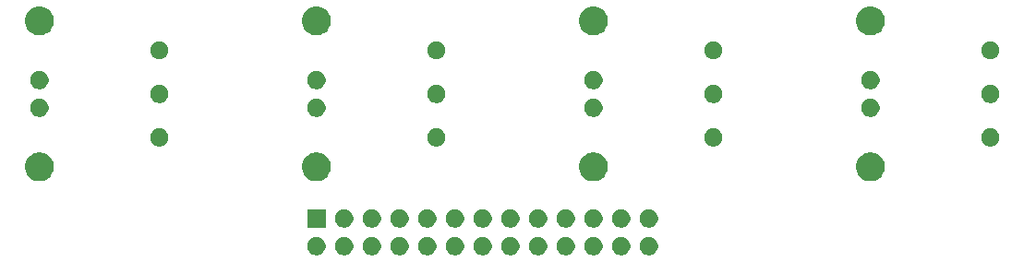
<source format=gbr>
G04 #@! TF.GenerationSoftware,KiCad,Pcbnew,(5.0.1)-3*
G04 #@! TF.CreationDate,2018-11-05T22:32:35-08:00*
G04 #@! TF.ProjectId,500-1136,3530302D313133362E6B696361645F70,rev?*
G04 #@! TF.SameCoordinates,Original*
G04 #@! TF.FileFunction,Soldermask,Top*
G04 #@! TF.FilePolarity,Negative*
%FSLAX46Y46*%
G04 Gerber Fmt 4.6, Leading zero omitted, Abs format (unit mm)*
G04 Created by KiCad (PCBNEW (5.0.1)-3) date 11/5/2018 10:32:35 PM*
%MOMM*%
%LPD*%
G01*
G04 APERTURE LIST*
%ADD10C,0.100000*%
G04 APERTURE END LIST*
D10*
G36*
X183070560Y-140788079D02*
X183124552Y-140798819D01*
X183277131Y-140862019D01*
X183414449Y-140953772D01*
X183531228Y-141070551D01*
X183622981Y-141207869D01*
X183686181Y-141360448D01*
X183718400Y-141522425D01*
X183718400Y-141687575D01*
X183686181Y-141849552D01*
X183622981Y-142002131D01*
X183531228Y-142139449D01*
X183414449Y-142256228D01*
X183277131Y-142347981D01*
X183124552Y-142411181D01*
X183070560Y-142421921D01*
X182962577Y-142443400D01*
X182797423Y-142443400D01*
X182689440Y-142421921D01*
X182635448Y-142411181D01*
X182482869Y-142347981D01*
X182345551Y-142256228D01*
X182228772Y-142139449D01*
X182137019Y-142002131D01*
X182073819Y-141849552D01*
X182041600Y-141687575D01*
X182041600Y-141522425D01*
X182073819Y-141360448D01*
X182137019Y-141207869D01*
X182228772Y-141070551D01*
X182345551Y-140953772D01*
X182482869Y-140862019D01*
X182635448Y-140798819D01*
X182689440Y-140788079D01*
X182797423Y-140766600D01*
X182962577Y-140766600D01*
X183070560Y-140788079D01*
X183070560Y-140788079D01*
G37*
G36*
X175450560Y-140788079D02*
X175504552Y-140798819D01*
X175657131Y-140862019D01*
X175794449Y-140953772D01*
X175911228Y-141070551D01*
X176002981Y-141207869D01*
X176066181Y-141360448D01*
X176098400Y-141522425D01*
X176098400Y-141687575D01*
X176066181Y-141849552D01*
X176002981Y-142002131D01*
X175911228Y-142139449D01*
X175794449Y-142256228D01*
X175657131Y-142347981D01*
X175504552Y-142411181D01*
X175450560Y-142421921D01*
X175342577Y-142443400D01*
X175177423Y-142443400D01*
X175069440Y-142421921D01*
X175015448Y-142411181D01*
X174862869Y-142347981D01*
X174725551Y-142256228D01*
X174608772Y-142139449D01*
X174517019Y-142002131D01*
X174453819Y-141849552D01*
X174421600Y-141687575D01*
X174421600Y-141522425D01*
X174453819Y-141360448D01*
X174517019Y-141207869D01*
X174608772Y-141070551D01*
X174725551Y-140953772D01*
X174862869Y-140862019D01*
X175015448Y-140798819D01*
X175069440Y-140788079D01*
X175177423Y-140766600D01*
X175342577Y-140766600D01*
X175450560Y-140788079D01*
X175450560Y-140788079D01*
G37*
G36*
X180530560Y-140788079D02*
X180584552Y-140798819D01*
X180737131Y-140862019D01*
X180874449Y-140953772D01*
X180991228Y-141070551D01*
X181082981Y-141207869D01*
X181146181Y-141360448D01*
X181178400Y-141522425D01*
X181178400Y-141687575D01*
X181146181Y-141849552D01*
X181082981Y-142002131D01*
X180991228Y-142139449D01*
X180874449Y-142256228D01*
X180737131Y-142347981D01*
X180584552Y-142411181D01*
X180530560Y-142421921D01*
X180422577Y-142443400D01*
X180257423Y-142443400D01*
X180149440Y-142421921D01*
X180095448Y-142411181D01*
X179942869Y-142347981D01*
X179805551Y-142256228D01*
X179688772Y-142139449D01*
X179597019Y-142002131D01*
X179533819Y-141849552D01*
X179501600Y-141687575D01*
X179501600Y-141522425D01*
X179533819Y-141360448D01*
X179597019Y-141207869D01*
X179688772Y-141070551D01*
X179805551Y-140953772D01*
X179942869Y-140862019D01*
X180095448Y-140798819D01*
X180149440Y-140788079D01*
X180257423Y-140766600D01*
X180422577Y-140766600D01*
X180530560Y-140788079D01*
X180530560Y-140788079D01*
G37*
G36*
X177990560Y-140788079D02*
X178044552Y-140798819D01*
X178197131Y-140862019D01*
X178334449Y-140953772D01*
X178451228Y-141070551D01*
X178542981Y-141207869D01*
X178606181Y-141360448D01*
X178638400Y-141522425D01*
X178638400Y-141687575D01*
X178606181Y-141849552D01*
X178542981Y-142002131D01*
X178451228Y-142139449D01*
X178334449Y-142256228D01*
X178197131Y-142347981D01*
X178044552Y-142411181D01*
X177990560Y-142421921D01*
X177882577Y-142443400D01*
X177717423Y-142443400D01*
X177609440Y-142421921D01*
X177555448Y-142411181D01*
X177402869Y-142347981D01*
X177265551Y-142256228D01*
X177148772Y-142139449D01*
X177057019Y-142002131D01*
X176993819Y-141849552D01*
X176961600Y-141687575D01*
X176961600Y-141522425D01*
X176993819Y-141360448D01*
X177057019Y-141207869D01*
X177148772Y-141070551D01*
X177265551Y-140953772D01*
X177402869Y-140862019D01*
X177555448Y-140798819D01*
X177609440Y-140788079D01*
X177717423Y-140766600D01*
X177882577Y-140766600D01*
X177990560Y-140788079D01*
X177990560Y-140788079D01*
G37*
G36*
X172910560Y-140788079D02*
X172964552Y-140798819D01*
X173117131Y-140862019D01*
X173254449Y-140953772D01*
X173371228Y-141070551D01*
X173462981Y-141207869D01*
X173526181Y-141360448D01*
X173558400Y-141522425D01*
X173558400Y-141687575D01*
X173526181Y-141849552D01*
X173462981Y-142002131D01*
X173371228Y-142139449D01*
X173254449Y-142256228D01*
X173117131Y-142347981D01*
X172964552Y-142411181D01*
X172910560Y-142421921D01*
X172802577Y-142443400D01*
X172637423Y-142443400D01*
X172529440Y-142421921D01*
X172475448Y-142411181D01*
X172322869Y-142347981D01*
X172185551Y-142256228D01*
X172068772Y-142139449D01*
X171977019Y-142002131D01*
X171913819Y-141849552D01*
X171881600Y-141687575D01*
X171881600Y-141522425D01*
X171913819Y-141360448D01*
X171977019Y-141207869D01*
X172068772Y-141070551D01*
X172185551Y-140953772D01*
X172322869Y-140862019D01*
X172475448Y-140798819D01*
X172529440Y-140788079D01*
X172637423Y-140766600D01*
X172802577Y-140766600D01*
X172910560Y-140788079D01*
X172910560Y-140788079D01*
G37*
G36*
X170370560Y-140788079D02*
X170424552Y-140798819D01*
X170577131Y-140862019D01*
X170714449Y-140953772D01*
X170831228Y-141070551D01*
X170922981Y-141207869D01*
X170986181Y-141360448D01*
X171018400Y-141522425D01*
X171018400Y-141687575D01*
X170986181Y-141849552D01*
X170922981Y-142002131D01*
X170831228Y-142139449D01*
X170714449Y-142256228D01*
X170577131Y-142347981D01*
X170424552Y-142411181D01*
X170370560Y-142421921D01*
X170262577Y-142443400D01*
X170097423Y-142443400D01*
X169989440Y-142421921D01*
X169935448Y-142411181D01*
X169782869Y-142347981D01*
X169645551Y-142256228D01*
X169528772Y-142139449D01*
X169437019Y-142002131D01*
X169373819Y-141849552D01*
X169341600Y-141687575D01*
X169341600Y-141522425D01*
X169373819Y-141360448D01*
X169437019Y-141207869D01*
X169528772Y-141070551D01*
X169645551Y-140953772D01*
X169782869Y-140862019D01*
X169935448Y-140798819D01*
X169989440Y-140788079D01*
X170097423Y-140766600D01*
X170262577Y-140766600D01*
X170370560Y-140788079D01*
X170370560Y-140788079D01*
G37*
G36*
X167830560Y-140788079D02*
X167884552Y-140798819D01*
X168037131Y-140862019D01*
X168174449Y-140953772D01*
X168291228Y-141070551D01*
X168382981Y-141207869D01*
X168446181Y-141360448D01*
X168478400Y-141522425D01*
X168478400Y-141687575D01*
X168446181Y-141849552D01*
X168382981Y-142002131D01*
X168291228Y-142139449D01*
X168174449Y-142256228D01*
X168037131Y-142347981D01*
X167884552Y-142411181D01*
X167830560Y-142421921D01*
X167722577Y-142443400D01*
X167557423Y-142443400D01*
X167449440Y-142421921D01*
X167395448Y-142411181D01*
X167242869Y-142347981D01*
X167105551Y-142256228D01*
X166988772Y-142139449D01*
X166897019Y-142002131D01*
X166833819Y-141849552D01*
X166801600Y-141687575D01*
X166801600Y-141522425D01*
X166833819Y-141360448D01*
X166897019Y-141207869D01*
X166988772Y-141070551D01*
X167105551Y-140953772D01*
X167242869Y-140862019D01*
X167395448Y-140798819D01*
X167449440Y-140788079D01*
X167557423Y-140766600D01*
X167722577Y-140766600D01*
X167830560Y-140788079D01*
X167830560Y-140788079D01*
G37*
G36*
X162750560Y-140788079D02*
X162804552Y-140798819D01*
X162957131Y-140862019D01*
X163094449Y-140953772D01*
X163211228Y-141070551D01*
X163302981Y-141207869D01*
X163366181Y-141360448D01*
X163398400Y-141522425D01*
X163398400Y-141687575D01*
X163366181Y-141849552D01*
X163302981Y-142002131D01*
X163211228Y-142139449D01*
X163094449Y-142256228D01*
X162957131Y-142347981D01*
X162804552Y-142411181D01*
X162750560Y-142421921D01*
X162642577Y-142443400D01*
X162477423Y-142443400D01*
X162369440Y-142421921D01*
X162315448Y-142411181D01*
X162162869Y-142347981D01*
X162025551Y-142256228D01*
X161908772Y-142139449D01*
X161817019Y-142002131D01*
X161753819Y-141849552D01*
X161721600Y-141687575D01*
X161721600Y-141522425D01*
X161753819Y-141360448D01*
X161817019Y-141207869D01*
X161908772Y-141070551D01*
X162025551Y-140953772D01*
X162162869Y-140862019D01*
X162315448Y-140798819D01*
X162369440Y-140788079D01*
X162477423Y-140766600D01*
X162642577Y-140766600D01*
X162750560Y-140788079D01*
X162750560Y-140788079D01*
G37*
G36*
X160210560Y-140788079D02*
X160264552Y-140798819D01*
X160417131Y-140862019D01*
X160554449Y-140953772D01*
X160671228Y-141070551D01*
X160762981Y-141207869D01*
X160826181Y-141360448D01*
X160858400Y-141522425D01*
X160858400Y-141687575D01*
X160826181Y-141849552D01*
X160762981Y-142002131D01*
X160671228Y-142139449D01*
X160554449Y-142256228D01*
X160417131Y-142347981D01*
X160264552Y-142411181D01*
X160210560Y-142421921D01*
X160102577Y-142443400D01*
X159937423Y-142443400D01*
X159829440Y-142421921D01*
X159775448Y-142411181D01*
X159622869Y-142347981D01*
X159485551Y-142256228D01*
X159368772Y-142139449D01*
X159277019Y-142002131D01*
X159213819Y-141849552D01*
X159181600Y-141687575D01*
X159181600Y-141522425D01*
X159213819Y-141360448D01*
X159277019Y-141207869D01*
X159368772Y-141070551D01*
X159485551Y-140953772D01*
X159622869Y-140862019D01*
X159775448Y-140798819D01*
X159829440Y-140788079D01*
X159937423Y-140766600D01*
X160102577Y-140766600D01*
X160210560Y-140788079D01*
X160210560Y-140788079D01*
G37*
G36*
X157670560Y-140788079D02*
X157724552Y-140798819D01*
X157877131Y-140862019D01*
X158014449Y-140953772D01*
X158131228Y-141070551D01*
X158222981Y-141207869D01*
X158286181Y-141360448D01*
X158318400Y-141522425D01*
X158318400Y-141687575D01*
X158286181Y-141849552D01*
X158222981Y-142002131D01*
X158131228Y-142139449D01*
X158014449Y-142256228D01*
X157877131Y-142347981D01*
X157724552Y-142411181D01*
X157670560Y-142421921D01*
X157562577Y-142443400D01*
X157397423Y-142443400D01*
X157289440Y-142421921D01*
X157235448Y-142411181D01*
X157082869Y-142347981D01*
X156945551Y-142256228D01*
X156828772Y-142139449D01*
X156737019Y-142002131D01*
X156673819Y-141849552D01*
X156641600Y-141687575D01*
X156641600Y-141522425D01*
X156673819Y-141360448D01*
X156737019Y-141207869D01*
X156828772Y-141070551D01*
X156945551Y-140953772D01*
X157082869Y-140862019D01*
X157235448Y-140798819D01*
X157289440Y-140788079D01*
X157397423Y-140766600D01*
X157562577Y-140766600D01*
X157670560Y-140788079D01*
X157670560Y-140788079D01*
G37*
G36*
X155130560Y-140788079D02*
X155184552Y-140798819D01*
X155337131Y-140862019D01*
X155474449Y-140953772D01*
X155591228Y-141070551D01*
X155682981Y-141207869D01*
X155746181Y-141360448D01*
X155778400Y-141522425D01*
X155778400Y-141687575D01*
X155746181Y-141849552D01*
X155682981Y-142002131D01*
X155591228Y-142139449D01*
X155474449Y-142256228D01*
X155337131Y-142347981D01*
X155184552Y-142411181D01*
X155130560Y-142421921D01*
X155022577Y-142443400D01*
X154857423Y-142443400D01*
X154749440Y-142421921D01*
X154695448Y-142411181D01*
X154542869Y-142347981D01*
X154405551Y-142256228D01*
X154288772Y-142139449D01*
X154197019Y-142002131D01*
X154133819Y-141849552D01*
X154101600Y-141687575D01*
X154101600Y-141522425D01*
X154133819Y-141360448D01*
X154197019Y-141207869D01*
X154288772Y-141070551D01*
X154405551Y-140953772D01*
X154542869Y-140862019D01*
X154695448Y-140798819D01*
X154749440Y-140788079D01*
X154857423Y-140766600D01*
X155022577Y-140766600D01*
X155130560Y-140788079D01*
X155130560Y-140788079D01*
G37*
G36*
X152590560Y-140788079D02*
X152644552Y-140798819D01*
X152797131Y-140862019D01*
X152934449Y-140953772D01*
X153051228Y-141070551D01*
X153142981Y-141207869D01*
X153206181Y-141360448D01*
X153238400Y-141522425D01*
X153238400Y-141687575D01*
X153206181Y-141849552D01*
X153142981Y-142002131D01*
X153051228Y-142139449D01*
X152934449Y-142256228D01*
X152797131Y-142347981D01*
X152644552Y-142411181D01*
X152590560Y-142421921D01*
X152482577Y-142443400D01*
X152317423Y-142443400D01*
X152209440Y-142421921D01*
X152155448Y-142411181D01*
X152002869Y-142347981D01*
X151865551Y-142256228D01*
X151748772Y-142139449D01*
X151657019Y-142002131D01*
X151593819Y-141849552D01*
X151561600Y-141687575D01*
X151561600Y-141522425D01*
X151593819Y-141360448D01*
X151657019Y-141207869D01*
X151748772Y-141070551D01*
X151865551Y-140953772D01*
X152002869Y-140862019D01*
X152155448Y-140798819D01*
X152209440Y-140788079D01*
X152317423Y-140766600D01*
X152482577Y-140766600D01*
X152590560Y-140788079D01*
X152590560Y-140788079D01*
G37*
G36*
X165290560Y-140788079D02*
X165344552Y-140798819D01*
X165497131Y-140862019D01*
X165634449Y-140953772D01*
X165751228Y-141070551D01*
X165842981Y-141207869D01*
X165906181Y-141360448D01*
X165938400Y-141522425D01*
X165938400Y-141687575D01*
X165906181Y-141849552D01*
X165842981Y-142002131D01*
X165751228Y-142139449D01*
X165634449Y-142256228D01*
X165497131Y-142347981D01*
X165344552Y-142411181D01*
X165290560Y-142421921D01*
X165182577Y-142443400D01*
X165017423Y-142443400D01*
X164909440Y-142421921D01*
X164855448Y-142411181D01*
X164702869Y-142347981D01*
X164565551Y-142256228D01*
X164448772Y-142139449D01*
X164357019Y-142002131D01*
X164293819Y-141849552D01*
X164261600Y-141687575D01*
X164261600Y-141522425D01*
X164293819Y-141360448D01*
X164357019Y-141207869D01*
X164448772Y-141070551D01*
X164565551Y-140953772D01*
X164702869Y-140862019D01*
X164855448Y-140798819D01*
X164909440Y-140788079D01*
X165017423Y-140766600D01*
X165182577Y-140766600D01*
X165290560Y-140788079D01*
X165290560Y-140788079D01*
G37*
G36*
X162750560Y-138248079D02*
X162804552Y-138258819D01*
X162957131Y-138322019D01*
X163094449Y-138413772D01*
X163211228Y-138530551D01*
X163302981Y-138667869D01*
X163366181Y-138820448D01*
X163398400Y-138982425D01*
X163398400Y-139147575D01*
X163366181Y-139309552D01*
X163302981Y-139462131D01*
X163211228Y-139599449D01*
X163094449Y-139716228D01*
X162957131Y-139807981D01*
X162804552Y-139871181D01*
X162750560Y-139881921D01*
X162642577Y-139903400D01*
X162477423Y-139903400D01*
X162369440Y-139881921D01*
X162315448Y-139871181D01*
X162162869Y-139807981D01*
X162025551Y-139716228D01*
X161908772Y-139599449D01*
X161817019Y-139462131D01*
X161753819Y-139309552D01*
X161721600Y-139147575D01*
X161721600Y-138982425D01*
X161753819Y-138820448D01*
X161817019Y-138667869D01*
X161908772Y-138530551D01*
X162025551Y-138413772D01*
X162162869Y-138322019D01*
X162315448Y-138258819D01*
X162369440Y-138248079D01*
X162477423Y-138226600D01*
X162642577Y-138226600D01*
X162750560Y-138248079D01*
X162750560Y-138248079D01*
G37*
G36*
X183070560Y-138248079D02*
X183124552Y-138258819D01*
X183277131Y-138322019D01*
X183414449Y-138413772D01*
X183531228Y-138530551D01*
X183622981Y-138667869D01*
X183686181Y-138820448D01*
X183718400Y-138982425D01*
X183718400Y-139147575D01*
X183686181Y-139309552D01*
X183622981Y-139462131D01*
X183531228Y-139599449D01*
X183414449Y-139716228D01*
X183277131Y-139807981D01*
X183124552Y-139871181D01*
X183070560Y-139881921D01*
X182962577Y-139903400D01*
X182797423Y-139903400D01*
X182689440Y-139881921D01*
X182635448Y-139871181D01*
X182482869Y-139807981D01*
X182345551Y-139716228D01*
X182228772Y-139599449D01*
X182137019Y-139462131D01*
X182073819Y-139309552D01*
X182041600Y-139147575D01*
X182041600Y-138982425D01*
X182073819Y-138820448D01*
X182137019Y-138667869D01*
X182228772Y-138530551D01*
X182345551Y-138413772D01*
X182482869Y-138322019D01*
X182635448Y-138258819D01*
X182689440Y-138248079D01*
X182797423Y-138226600D01*
X182962577Y-138226600D01*
X183070560Y-138248079D01*
X183070560Y-138248079D01*
G37*
G36*
X180530560Y-138248079D02*
X180584552Y-138258819D01*
X180737131Y-138322019D01*
X180874449Y-138413772D01*
X180991228Y-138530551D01*
X181082981Y-138667869D01*
X181146181Y-138820448D01*
X181178400Y-138982425D01*
X181178400Y-139147575D01*
X181146181Y-139309552D01*
X181082981Y-139462131D01*
X180991228Y-139599449D01*
X180874449Y-139716228D01*
X180737131Y-139807981D01*
X180584552Y-139871181D01*
X180530560Y-139881921D01*
X180422577Y-139903400D01*
X180257423Y-139903400D01*
X180149440Y-139881921D01*
X180095448Y-139871181D01*
X179942869Y-139807981D01*
X179805551Y-139716228D01*
X179688772Y-139599449D01*
X179597019Y-139462131D01*
X179533819Y-139309552D01*
X179501600Y-139147575D01*
X179501600Y-138982425D01*
X179533819Y-138820448D01*
X179597019Y-138667869D01*
X179688772Y-138530551D01*
X179805551Y-138413772D01*
X179942869Y-138322019D01*
X180095448Y-138258819D01*
X180149440Y-138248079D01*
X180257423Y-138226600D01*
X180422577Y-138226600D01*
X180530560Y-138248079D01*
X180530560Y-138248079D01*
G37*
G36*
X177990560Y-138248079D02*
X178044552Y-138258819D01*
X178197131Y-138322019D01*
X178334449Y-138413772D01*
X178451228Y-138530551D01*
X178542981Y-138667869D01*
X178606181Y-138820448D01*
X178638400Y-138982425D01*
X178638400Y-139147575D01*
X178606181Y-139309552D01*
X178542981Y-139462131D01*
X178451228Y-139599449D01*
X178334449Y-139716228D01*
X178197131Y-139807981D01*
X178044552Y-139871181D01*
X177990560Y-139881921D01*
X177882577Y-139903400D01*
X177717423Y-139903400D01*
X177609440Y-139881921D01*
X177555448Y-139871181D01*
X177402869Y-139807981D01*
X177265551Y-139716228D01*
X177148772Y-139599449D01*
X177057019Y-139462131D01*
X176993819Y-139309552D01*
X176961600Y-139147575D01*
X176961600Y-138982425D01*
X176993819Y-138820448D01*
X177057019Y-138667869D01*
X177148772Y-138530551D01*
X177265551Y-138413772D01*
X177402869Y-138322019D01*
X177555448Y-138258819D01*
X177609440Y-138248079D01*
X177717423Y-138226600D01*
X177882577Y-138226600D01*
X177990560Y-138248079D01*
X177990560Y-138248079D01*
G37*
G36*
X153238400Y-139903400D02*
X151561600Y-139903400D01*
X151561600Y-138226600D01*
X153238400Y-138226600D01*
X153238400Y-139903400D01*
X153238400Y-139903400D01*
G37*
G36*
X175450560Y-138248079D02*
X175504552Y-138258819D01*
X175657131Y-138322019D01*
X175794449Y-138413772D01*
X175911228Y-138530551D01*
X176002981Y-138667869D01*
X176066181Y-138820448D01*
X176098400Y-138982425D01*
X176098400Y-139147575D01*
X176066181Y-139309552D01*
X176002981Y-139462131D01*
X175911228Y-139599449D01*
X175794449Y-139716228D01*
X175657131Y-139807981D01*
X175504552Y-139871181D01*
X175450560Y-139881921D01*
X175342577Y-139903400D01*
X175177423Y-139903400D01*
X175069440Y-139881921D01*
X175015448Y-139871181D01*
X174862869Y-139807981D01*
X174725551Y-139716228D01*
X174608772Y-139599449D01*
X174517019Y-139462131D01*
X174453819Y-139309552D01*
X174421600Y-139147575D01*
X174421600Y-138982425D01*
X174453819Y-138820448D01*
X174517019Y-138667869D01*
X174608772Y-138530551D01*
X174725551Y-138413772D01*
X174862869Y-138322019D01*
X175015448Y-138258819D01*
X175069440Y-138248079D01*
X175177423Y-138226600D01*
X175342577Y-138226600D01*
X175450560Y-138248079D01*
X175450560Y-138248079D01*
G37*
G36*
X172910560Y-138248079D02*
X172964552Y-138258819D01*
X173117131Y-138322019D01*
X173254449Y-138413772D01*
X173371228Y-138530551D01*
X173462981Y-138667869D01*
X173526181Y-138820448D01*
X173558400Y-138982425D01*
X173558400Y-139147575D01*
X173526181Y-139309552D01*
X173462981Y-139462131D01*
X173371228Y-139599449D01*
X173254449Y-139716228D01*
X173117131Y-139807981D01*
X172964552Y-139871181D01*
X172910560Y-139881921D01*
X172802577Y-139903400D01*
X172637423Y-139903400D01*
X172529440Y-139881921D01*
X172475448Y-139871181D01*
X172322869Y-139807981D01*
X172185551Y-139716228D01*
X172068772Y-139599449D01*
X171977019Y-139462131D01*
X171913819Y-139309552D01*
X171881600Y-139147575D01*
X171881600Y-138982425D01*
X171913819Y-138820448D01*
X171977019Y-138667869D01*
X172068772Y-138530551D01*
X172185551Y-138413772D01*
X172322869Y-138322019D01*
X172475448Y-138258819D01*
X172529440Y-138248079D01*
X172637423Y-138226600D01*
X172802577Y-138226600D01*
X172910560Y-138248079D01*
X172910560Y-138248079D01*
G37*
G36*
X170370560Y-138248079D02*
X170424552Y-138258819D01*
X170577131Y-138322019D01*
X170714449Y-138413772D01*
X170831228Y-138530551D01*
X170922981Y-138667869D01*
X170986181Y-138820448D01*
X171018400Y-138982425D01*
X171018400Y-139147575D01*
X170986181Y-139309552D01*
X170922981Y-139462131D01*
X170831228Y-139599449D01*
X170714449Y-139716228D01*
X170577131Y-139807981D01*
X170424552Y-139871181D01*
X170370560Y-139881921D01*
X170262577Y-139903400D01*
X170097423Y-139903400D01*
X169989440Y-139881921D01*
X169935448Y-139871181D01*
X169782869Y-139807981D01*
X169645551Y-139716228D01*
X169528772Y-139599449D01*
X169437019Y-139462131D01*
X169373819Y-139309552D01*
X169341600Y-139147575D01*
X169341600Y-138982425D01*
X169373819Y-138820448D01*
X169437019Y-138667869D01*
X169528772Y-138530551D01*
X169645551Y-138413772D01*
X169782869Y-138322019D01*
X169935448Y-138258819D01*
X169989440Y-138248079D01*
X170097423Y-138226600D01*
X170262577Y-138226600D01*
X170370560Y-138248079D01*
X170370560Y-138248079D01*
G37*
G36*
X165290560Y-138248079D02*
X165344552Y-138258819D01*
X165497131Y-138322019D01*
X165634449Y-138413772D01*
X165751228Y-138530551D01*
X165842981Y-138667869D01*
X165906181Y-138820448D01*
X165938400Y-138982425D01*
X165938400Y-139147575D01*
X165906181Y-139309552D01*
X165842981Y-139462131D01*
X165751228Y-139599449D01*
X165634449Y-139716228D01*
X165497131Y-139807981D01*
X165344552Y-139871181D01*
X165290560Y-139881921D01*
X165182577Y-139903400D01*
X165017423Y-139903400D01*
X164909440Y-139881921D01*
X164855448Y-139871181D01*
X164702869Y-139807981D01*
X164565551Y-139716228D01*
X164448772Y-139599449D01*
X164357019Y-139462131D01*
X164293819Y-139309552D01*
X164261600Y-139147575D01*
X164261600Y-138982425D01*
X164293819Y-138820448D01*
X164357019Y-138667869D01*
X164448772Y-138530551D01*
X164565551Y-138413772D01*
X164702869Y-138322019D01*
X164855448Y-138258819D01*
X164909440Y-138248079D01*
X165017423Y-138226600D01*
X165182577Y-138226600D01*
X165290560Y-138248079D01*
X165290560Y-138248079D01*
G37*
G36*
X155130560Y-138248079D02*
X155184552Y-138258819D01*
X155337131Y-138322019D01*
X155474449Y-138413772D01*
X155591228Y-138530551D01*
X155682981Y-138667869D01*
X155746181Y-138820448D01*
X155778400Y-138982425D01*
X155778400Y-139147575D01*
X155746181Y-139309552D01*
X155682981Y-139462131D01*
X155591228Y-139599449D01*
X155474449Y-139716228D01*
X155337131Y-139807981D01*
X155184552Y-139871181D01*
X155130560Y-139881921D01*
X155022577Y-139903400D01*
X154857423Y-139903400D01*
X154749440Y-139881921D01*
X154695448Y-139871181D01*
X154542869Y-139807981D01*
X154405551Y-139716228D01*
X154288772Y-139599449D01*
X154197019Y-139462131D01*
X154133819Y-139309552D01*
X154101600Y-139147575D01*
X154101600Y-138982425D01*
X154133819Y-138820448D01*
X154197019Y-138667869D01*
X154288772Y-138530551D01*
X154405551Y-138413772D01*
X154542869Y-138322019D01*
X154695448Y-138258819D01*
X154749440Y-138248079D01*
X154857423Y-138226600D01*
X155022577Y-138226600D01*
X155130560Y-138248079D01*
X155130560Y-138248079D01*
G37*
G36*
X160210560Y-138248079D02*
X160264552Y-138258819D01*
X160417131Y-138322019D01*
X160554449Y-138413772D01*
X160671228Y-138530551D01*
X160762981Y-138667869D01*
X160826181Y-138820448D01*
X160858400Y-138982425D01*
X160858400Y-139147575D01*
X160826181Y-139309552D01*
X160762981Y-139462131D01*
X160671228Y-139599449D01*
X160554449Y-139716228D01*
X160417131Y-139807981D01*
X160264552Y-139871181D01*
X160210560Y-139881921D01*
X160102577Y-139903400D01*
X159937423Y-139903400D01*
X159829440Y-139881921D01*
X159775448Y-139871181D01*
X159622869Y-139807981D01*
X159485551Y-139716228D01*
X159368772Y-139599449D01*
X159277019Y-139462131D01*
X159213819Y-139309552D01*
X159181600Y-139147575D01*
X159181600Y-138982425D01*
X159213819Y-138820448D01*
X159277019Y-138667869D01*
X159368772Y-138530551D01*
X159485551Y-138413772D01*
X159622869Y-138322019D01*
X159775448Y-138258819D01*
X159829440Y-138248079D01*
X159937423Y-138226600D01*
X160102577Y-138226600D01*
X160210560Y-138248079D01*
X160210560Y-138248079D01*
G37*
G36*
X157670560Y-138248079D02*
X157724552Y-138258819D01*
X157877131Y-138322019D01*
X158014449Y-138413772D01*
X158131228Y-138530551D01*
X158222981Y-138667869D01*
X158286181Y-138820448D01*
X158318400Y-138982425D01*
X158318400Y-139147575D01*
X158286181Y-139309552D01*
X158222981Y-139462131D01*
X158131228Y-139599449D01*
X158014449Y-139716228D01*
X157877131Y-139807981D01*
X157724552Y-139871181D01*
X157670560Y-139881921D01*
X157562577Y-139903400D01*
X157397423Y-139903400D01*
X157289440Y-139881921D01*
X157235448Y-139871181D01*
X157082869Y-139807981D01*
X156945551Y-139716228D01*
X156828772Y-139599449D01*
X156737019Y-139462131D01*
X156673819Y-139309552D01*
X156641600Y-139147575D01*
X156641600Y-138982425D01*
X156673819Y-138820448D01*
X156737019Y-138667869D01*
X156828772Y-138530551D01*
X156945551Y-138413772D01*
X157082869Y-138322019D01*
X157235448Y-138258819D01*
X157289440Y-138248079D01*
X157397423Y-138226600D01*
X157562577Y-138226600D01*
X157670560Y-138248079D01*
X157670560Y-138248079D01*
G37*
G36*
X167830560Y-138248079D02*
X167884552Y-138258819D01*
X168037131Y-138322019D01*
X168174449Y-138413772D01*
X168291228Y-138530551D01*
X168382981Y-138667869D01*
X168446181Y-138820448D01*
X168478400Y-138982425D01*
X168478400Y-139147575D01*
X168446181Y-139309552D01*
X168382981Y-139462131D01*
X168291228Y-139599449D01*
X168174449Y-139716228D01*
X168037131Y-139807981D01*
X167884552Y-139871181D01*
X167830560Y-139881921D01*
X167722577Y-139903400D01*
X167557423Y-139903400D01*
X167449440Y-139881921D01*
X167395448Y-139871181D01*
X167242869Y-139807981D01*
X167105551Y-139716228D01*
X166988772Y-139599449D01*
X166897019Y-139462131D01*
X166833819Y-139309552D01*
X166801600Y-139147575D01*
X166801600Y-138982425D01*
X166833819Y-138820448D01*
X166897019Y-138667869D01*
X166988772Y-138530551D01*
X167105551Y-138413772D01*
X167242869Y-138322019D01*
X167395448Y-138258819D01*
X167449440Y-138248079D01*
X167557423Y-138226600D01*
X167722577Y-138226600D01*
X167830560Y-138248079D01*
X167830560Y-138248079D01*
G37*
G36*
X203500250Y-133047843D02*
X203585322Y-133064765D01*
X203655735Y-133093931D01*
X203825728Y-133164344D01*
X204042092Y-133308914D01*
X204226086Y-133492908D01*
X204370656Y-133709272D01*
X204470235Y-133949679D01*
X204521000Y-134204891D01*
X204521000Y-134465109D01*
X204470235Y-134720321D01*
X204370656Y-134960728D01*
X204226086Y-135177092D01*
X204042092Y-135361086D01*
X203825728Y-135505656D01*
X203655735Y-135576069D01*
X203585322Y-135605235D01*
X203500250Y-135622157D01*
X203330109Y-135656000D01*
X203069891Y-135656000D01*
X202899750Y-135622157D01*
X202814678Y-135605235D01*
X202744265Y-135576069D01*
X202574272Y-135505656D01*
X202357908Y-135361086D01*
X202173914Y-135177092D01*
X202029344Y-134960728D01*
X201929765Y-134720321D01*
X201879000Y-134465109D01*
X201879000Y-134204891D01*
X201929765Y-133949679D01*
X202029344Y-133709272D01*
X202173914Y-133492908D01*
X202357908Y-133308914D01*
X202574272Y-133164344D01*
X202744265Y-133093931D01*
X202814678Y-133064765D01*
X202899750Y-133047843D01*
X203069891Y-133014000D01*
X203330109Y-133014000D01*
X203500250Y-133047843D01*
X203500250Y-133047843D01*
G37*
G36*
X178100250Y-133047843D02*
X178185322Y-133064765D01*
X178255735Y-133093931D01*
X178425728Y-133164344D01*
X178642092Y-133308914D01*
X178826086Y-133492908D01*
X178970656Y-133709272D01*
X179070235Y-133949679D01*
X179121000Y-134204891D01*
X179121000Y-134465109D01*
X179070235Y-134720321D01*
X178970656Y-134960728D01*
X178826086Y-135177092D01*
X178642092Y-135361086D01*
X178425728Y-135505656D01*
X178255735Y-135576069D01*
X178185322Y-135605235D01*
X178100250Y-135622157D01*
X177930109Y-135656000D01*
X177669891Y-135656000D01*
X177499750Y-135622157D01*
X177414678Y-135605235D01*
X177344265Y-135576069D01*
X177174272Y-135505656D01*
X176957908Y-135361086D01*
X176773914Y-135177092D01*
X176629344Y-134960728D01*
X176529765Y-134720321D01*
X176479000Y-134465109D01*
X176479000Y-134204891D01*
X176529765Y-133949679D01*
X176629344Y-133709272D01*
X176773914Y-133492908D01*
X176957908Y-133308914D01*
X177174272Y-133164344D01*
X177344265Y-133093931D01*
X177414678Y-133064765D01*
X177499750Y-133047843D01*
X177669891Y-133014000D01*
X177930109Y-133014000D01*
X178100250Y-133047843D01*
X178100250Y-133047843D01*
G37*
G36*
X127300250Y-133047843D02*
X127385322Y-133064765D01*
X127455735Y-133093931D01*
X127625728Y-133164344D01*
X127842092Y-133308914D01*
X128026086Y-133492908D01*
X128170656Y-133709272D01*
X128270235Y-133949679D01*
X128321000Y-134204891D01*
X128321000Y-134465109D01*
X128270235Y-134720321D01*
X128170656Y-134960728D01*
X128026086Y-135177092D01*
X127842092Y-135361086D01*
X127625728Y-135505656D01*
X127455735Y-135576069D01*
X127385322Y-135605235D01*
X127300250Y-135622157D01*
X127130109Y-135656000D01*
X126869891Y-135656000D01*
X126699750Y-135622157D01*
X126614678Y-135605235D01*
X126544265Y-135576069D01*
X126374272Y-135505656D01*
X126157908Y-135361086D01*
X125973914Y-135177092D01*
X125829344Y-134960728D01*
X125729765Y-134720321D01*
X125679000Y-134465109D01*
X125679000Y-134204891D01*
X125729765Y-133949679D01*
X125829344Y-133709272D01*
X125973914Y-133492908D01*
X126157908Y-133308914D01*
X126374272Y-133164344D01*
X126544265Y-133093931D01*
X126614678Y-133064765D01*
X126699750Y-133047843D01*
X126869891Y-133014000D01*
X127130109Y-133014000D01*
X127300250Y-133047843D01*
X127300250Y-133047843D01*
G37*
G36*
X152700250Y-133047843D02*
X152785322Y-133064765D01*
X152855735Y-133093931D01*
X153025728Y-133164344D01*
X153242092Y-133308914D01*
X153426086Y-133492908D01*
X153570656Y-133709272D01*
X153670235Y-133949679D01*
X153721000Y-134204891D01*
X153721000Y-134465109D01*
X153670235Y-134720321D01*
X153570656Y-134960728D01*
X153426086Y-135177092D01*
X153242092Y-135361086D01*
X153025728Y-135505656D01*
X152855735Y-135576069D01*
X152785322Y-135605235D01*
X152700250Y-135622157D01*
X152530109Y-135656000D01*
X152269891Y-135656000D01*
X152099750Y-135622157D01*
X152014678Y-135605235D01*
X151944265Y-135576069D01*
X151774272Y-135505656D01*
X151557908Y-135361086D01*
X151373914Y-135177092D01*
X151229344Y-134960728D01*
X151129765Y-134720321D01*
X151079000Y-134465109D01*
X151079000Y-134204891D01*
X151129765Y-133949679D01*
X151229344Y-133709272D01*
X151373914Y-133492908D01*
X151557908Y-133308914D01*
X151774272Y-133164344D01*
X151944265Y-133093931D01*
X152014678Y-133064765D01*
X152099750Y-133047843D01*
X152269891Y-133014000D01*
X152530109Y-133014000D01*
X152700250Y-133047843D01*
X152700250Y-133047843D01*
G37*
G36*
X188990560Y-130818079D02*
X189044552Y-130828819D01*
X189197131Y-130892019D01*
X189334449Y-130983772D01*
X189451228Y-131100551D01*
X189542981Y-131237869D01*
X189606181Y-131390448D01*
X189638400Y-131552425D01*
X189638400Y-131717575D01*
X189606181Y-131879552D01*
X189542981Y-132032131D01*
X189451228Y-132169449D01*
X189334449Y-132286228D01*
X189197131Y-132377981D01*
X189044552Y-132441181D01*
X188990560Y-132451921D01*
X188882577Y-132473400D01*
X188717423Y-132473400D01*
X188609440Y-132451921D01*
X188555448Y-132441181D01*
X188402869Y-132377981D01*
X188265551Y-132286228D01*
X188148772Y-132169449D01*
X188057019Y-132032131D01*
X187993819Y-131879552D01*
X187961600Y-131717575D01*
X187961600Y-131552425D01*
X187993819Y-131390448D01*
X188057019Y-131237869D01*
X188148772Y-131100551D01*
X188265551Y-130983772D01*
X188402869Y-130892019D01*
X188555448Y-130828819D01*
X188609440Y-130818079D01*
X188717423Y-130796600D01*
X188882577Y-130796600D01*
X188990560Y-130818079D01*
X188990560Y-130818079D01*
G37*
G36*
X138190560Y-130818079D02*
X138244552Y-130828819D01*
X138397131Y-130892019D01*
X138534449Y-130983772D01*
X138651228Y-131100551D01*
X138742981Y-131237869D01*
X138806181Y-131390448D01*
X138838400Y-131552425D01*
X138838400Y-131717575D01*
X138806181Y-131879552D01*
X138742981Y-132032131D01*
X138651228Y-132169449D01*
X138534449Y-132286228D01*
X138397131Y-132377981D01*
X138244552Y-132441181D01*
X138190560Y-132451921D01*
X138082577Y-132473400D01*
X137917423Y-132473400D01*
X137809440Y-132451921D01*
X137755448Y-132441181D01*
X137602869Y-132377981D01*
X137465551Y-132286228D01*
X137348772Y-132169449D01*
X137257019Y-132032131D01*
X137193819Y-131879552D01*
X137161600Y-131717575D01*
X137161600Y-131552425D01*
X137193819Y-131390448D01*
X137257019Y-131237869D01*
X137348772Y-131100551D01*
X137465551Y-130983772D01*
X137602869Y-130892019D01*
X137755448Y-130828819D01*
X137809440Y-130818079D01*
X137917423Y-130796600D01*
X138082577Y-130796600D01*
X138190560Y-130818079D01*
X138190560Y-130818079D01*
G37*
G36*
X163590560Y-130818079D02*
X163644552Y-130828819D01*
X163797131Y-130892019D01*
X163934449Y-130983772D01*
X164051228Y-131100551D01*
X164142981Y-131237869D01*
X164206181Y-131390448D01*
X164238400Y-131552425D01*
X164238400Y-131717575D01*
X164206181Y-131879552D01*
X164142981Y-132032131D01*
X164051228Y-132169449D01*
X163934449Y-132286228D01*
X163797131Y-132377981D01*
X163644552Y-132441181D01*
X163590560Y-132451921D01*
X163482577Y-132473400D01*
X163317423Y-132473400D01*
X163209440Y-132451921D01*
X163155448Y-132441181D01*
X163002869Y-132377981D01*
X162865551Y-132286228D01*
X162748772Y-132169449D01*
X162657019Y-132032131D01*
X162593819Y-131879552D01*
X162561600Y-131717575D01*
X162561600Y-131552425D01*
X162593819Y-131390448D01*
X162657019Y-131237869D01*
X162748772Y-131100551D01*
X162865551Y-130983772D01*
X163002869Y-130892019D01*
X163155448Y-130828819D01*
X163209440Y-130818079D01*
X163317423Y-130796600D01*
X163482577Y-130796600D01*
X163590560Y-130818079D01*
X163590560Y-130818079D01*
G37*
G36*
X214390560Y-130818079D02*
X214444552Y-130828819D01*
X214597131Y-130892019D01*
X214734449Y-130983772D01*
X214851228Y-131100551D01*
X214942981Y-131237869D01*
X215006181Y-131390448D01*
X215038400Y-131552425D01*
X215038400Y-131717575D01*
X215006181Y-131879552D01*
X214942981Y-132032131D01*
X214851228Y-132169449D01*
X214734449Y-132286228D01*
X214597131Y-132377981D01*
X214444552Y-132441181D01*
X214390560Y-132451921D01*
X214282577Y-132473400D01*
X214117423Y-132473400D01*
X214009440Y-132451921D01*
X213955448Y-132441181D01*
X213802869Y-132377981D01*
X213665551Y-132286228D01*
X213548772Y-132169449D01*
X213457019Y-132032131D01*
X213393819Y-131879552D01*
X213361600Y-131717575D01*
X213361600Y-131552425D01*
X213393819Y-131390448D01*
X213457019Y-131237869D01*
X213548772Y-131100551D01*
X213665551Y-130983772D01*
X213802869Y-130892019D01*
X213955448Y-130828819D01*
X214009440Y-130818079D01*
X214117423Y-130796600D01*
X214282577Y-130796600D01*
X214390560Y-130818079D01*
X214390560Y-130818079D01*
G37*
G36*
X177990560Y-128088079D02*
X178044552Y-128098819D01*
X178197131Y-128162019D01*
X178334449Y-128253772D01*
X178451228Y-128370551D01*
X178542981Y-128507869D01*
X178606181Y-128660448D01*
X178638400Y-128822425D01*
X178638400Y-128987575D01*
X178606181Y-129149552D01*
X178542981Y-129302131D01*
X178451228Y-129439449D01*
X178334449Y-129556228D01*
X178197131Y-129647981D01*
X178044552Y-129711181D01*
X177990560Y-129721921D01*
X177882577Y-129743400D01*
X177717423Y-129743400D01*
X177609440Y-129721921D01*
X177555448Y-129711181D01*
X177402869Y-129647981D01*
X177265551Y-129556228D01*
X177148772Y-129439449D01*
X177057019Y-129302131D01*
X176993819Y-129149552D01*
X176961600Y-128987575D01*
X176961600Y-128822425D01*
X176993819Y-128660448D01*
X177057019Y-128507869D01*
X177148772Y-128370551D01*
X177265551Y-128253772D01*
X177402869Y-128162019D01*
X177555448Y-128098819D01*
X177609440Y-128088079D01*
X177717423Y-128066600D01*
X177882577Y-128066600D01*
X177990560Y-128088079D01*
X177990560Y-128088079D01*
G37*
G36*
X127190560Y-128088079D02*
X127244552Y-128098819D01*
X127397131Y-128162019D01*
X127534449Y-128253772D01*
X127651228Y-128370551D01*
X127742981Y-128507869D01*
X127806181Y-128660448D01*
X127838400Y-128822425D01*
X127838400Y-128987575D01*
X127806181Y-129149552D01*
X127742981Y-129302131D01*
X127651228Y-129439449D01*
X127534449Y-129556228D01*
X127397131Y-129647981D01*
X127244552Y-129711181D01*
X127190560Y-129721921D01*
X127082577Y-129743400D01*
X126917423Y-129743400D01*
X126809440Y-129721921D01*
X126755448Y-129711181D01*
X126602869Y-129647981D01*
X126465551Y-129556228D01*
X126348772Y-129439449D01*
X126257019Y-129302131D01*
X126193819Y-129149552D01*
X126161600Y-128987575D01*
X126161600Y-128822425D01*
X126193819Y-128660448D01*
X126257019Y-128507869D01*
X126348772Y-128370551D01*
X126465551Y-128253772D01*
X126602869Y-128162019D01*
X126755448Y-128098819D01*
X126809440Y-128088079D01*
X126917423Y-128066600D01*
X127082577Y-128066600D01*
X127190560Y-128088079D01*
X127190560Y-128088079D01*
G37*
G36*
X152590560Y-128088079D02*
X152644552Y-128098819D01*
X152797131Y-128162019D01*
X152934449Y-128253772D01*
X153051228Y-128370551D01*
X153142981Y-128507869D01*
X153206181Y-128660448D01*
X153238400Y-128822425D01*
X153238400Y-128987575D01*
X153206181Y-129149552D01*
X153142981Y-129302131D01*
X153051228Y-129439449D01*
X152934449Y-129556228D01*
X152797131Y-129647981D01*
X152644552Y-129711181D01*
X152590560Y-129721921D01*
X152482577Y-129743400D01*
X152317423Y-129743400D01*
X152209440Y-129721921D01*
X152155448Y-129711181D01*
X152002869Y-129647981D01*
X151865551Y-129556228D01*
X151748772Y-129439449D01*
X151657019Y-129302131D01*
X151593819Y-129149552D01*
X151561600Y-128987575D01*
X151561600Y-128822425D01*
X151593819Y-128660448D01*
X151657019Y-128507869D01*
X151748772Y-128370551D01*
X151865551Y-128253772D01*
X152002869Y-128162019D01*
X152155448Y-128098819D01*
X152209440Y-128088079D01*
X152317423Y-128066600D01*
X152482577Y-128066600D01*
X152590560Y-128088079D01*
X152590560Y-128088079D01*
G37*
G36*
X203390560Y-128088079D02*
X203444552Y-128098819D01*
X203597131Y-128162019D01*
X203734449Y-128253772D01*
X203851228Y-128370551D01*
X203942981Y-128507869D01*
X204006181Y-128660448D01*
X204038400Y-128822425D01*
X204038400Y-128987575D01*
X204006181Y-129149552D01*
X203942981Y-129302131D01*
X203851228Y-129439449D01*
X203734449Y-129556228D01*
X203597131Y-129647981D01*
X203444552Y-129711181D01*
X203390560Y-129721921D01*
X203282577Y-129743400D01*
X203117423Y-129743400D01*
X203009440Y-129721921D01*
X202955448Y-129711181D01*
X202802869Y-129647981D01*
X202665551Y-129556228D01*
X202548772Y-129439449D01*
X202457019Y-129302131D01*
X202393819Y-129149552D01*
X202361600Y-128987575D01*
X202361600Y-128822425D01*
X202393819Y-128660448D01*
X202457019Y-128507869D01*
X202548772Y-128370551D01*
X202665551Y-128253772D01*
X202802869Y-128162019D01*
X202955448Y-128098819D01*
X203009440Y-128088079D01*
X203117423Y-128066600D01*
X203282577Y-128066600D01*
X203390560Y-128088079D01*
X203390560Y-128088079D01*
G37*
G36*
X138190560Y-126818079D02*
X138244552Y-126828819D01*
X138397131Y-126892019D01*
X138534449Y-126983772D01*
X138651228Y-127100551D01*
X138742981Y-127237869D01*
X138806181Y-127390448D01*
X138838400Y-127552425D01*
X138838400Y-127717575D01*
X138806181Y-127879552D01*
X138742981Y-128032131D01*
X138651228Y-128169449D01*
X138534449Y-128286228D01*
X138397131Y-128377981D01*
X138244552Y-128441181D01*
X138190560Y-128451921D01*
X138082577Y-128473400D01*
X137917423Y-128473400D01*
X137809440Y-128451921D01*
X137755448Y-128441181D01*
X137602869Y-128377981D01*
X137465551Y-128286228D01*
X137348772Y-128169449D01*
X137257019Y-128032131D01*
X137193819Y-127879552D01*
X137161600Y-127717575D01*
X137161600Y-127552425D01*
X137193819Y-127390448D01*
X137257019Y-127237869D01*
X137348772Y-127100551D01*
X137465551Y-126983772D01*
X137602869Y-126892019D01*
X137755448Y-126828819D01*
X137809440Y-126818079D01*
X137917423Y-126796600D01*
X138082577Y-126796600D01*
X138190560Y-126818079D01*
X138190560Y-126818079D01*
G37*
G36*
X163590560Y-126818079D02*
X163644552Y-126828819D01*
X163797131Y-126892019D01*
X163934449Y-126983772D01*
X164051228Y-127100551D01*
X164142981Y-127237869D01*
X164206181Y-127390448D01*
X164238400Y-127552425D01*
X164238400Y-127717575D01*
X164206181Y-127879552D01*
X164142981Y-128032131D01*
X164051228Y-128169449D01*
X163934449Y-128286228D01*
X163797131Y-128377981D01*
X163644552Y-128441181D01*
X163590560Y-128451921D01*
X163482577Y-128473400D01*
X163317423Y-128473400D01*
X163209440Y-128451921D01*
X163155448Y-128441181D01*
X163002869Y-128377981D01*
X162865551Y-128286228D01*
X162748772Y-128169449D01*
X162657019Y-128032131D01*
X162593819Y-127879552D01*
X162561600Y-127717575D01*
X162561600Y-127552425D01*
X162593819Y-127390448D01*
X162657019Y-127237869D01*
X162748772Y-127100551D01*
X162865551Y-126983772D01*
X163002869Y-126892019D01*
X163155448Y-126828819D01*
X163209440Y-126818079D01*
X163317423Y-126796600D01*
X163482577Y-126796600D01*
X163590560Y-126818079D01*
X163590560Y-126818079D01*
G37*
G36*
X214390560Y-126818079D02*
X214444552Y-126828819D01*
X214597131Y-126892019D01*
X214734449Y-126983772D01*
X214851228Y-127100551D01*
X214942981Y-127237869D01*
X215006181Y-127390448D01*
X215038400Y-127552425D01*
X215038400Y-127717575D01*
X215006181Y-127879552D01*
X214942981Y-128032131D01*
X214851228Y-128169449D01*
X214734449Y-128286228D01*
X214597131Y-128377981D01*
X214444552Y-128441181D01*
X214390560Y-128451921D01*
X214282577Y-128473400D01*
X214117423Y-128473400D01*
X214009440Y-128451921D01*
X213955448Y-128441181D01*
X213802869Y-128377981D01*
X213665551Y-128286228D01*
X213548772Y-128169449D01*
X213457019Y-128032131D01*
X213393819Y-127879552D01*
X213361600Y-127717575D01*
X213361600Y-127552425D01*
X213393819Y-127390448D01*
X213457019Y-127237869D01*
X213548772Y-127100551D01*
X213665551Y-126983772D01*
X213802869Y-126892019D01*
X213955448Y-126828819D01*
X214009440Y-126818079D01*
X214117423Y-126796600D01*
X214282577Y-126796600D01*
X214390560Y-126818079D01*
X214390560Y-126818079D01*
G37*
G36*
X188990560Y-126818079D02*
X189044552Y-126828819D01*
X189197131Y-126892019D01*
X189334449Y-126983772D01*
X189451228Y-127100551D01*
X189542981Y-127237869D01*
X189606181Y-127390448D01*
X189638400Y-127552425D01*
X189638400Y-127717575D01*
X189606181Y-127879552D01*
X189542981Y-128032131D01*
X189451228Y-128169449D01*
X189334449Y-128286228D01*
X189197131Y-128377981D01*
X189044552Y-128441181D01*
X188990560Y-128451921D01*
X188882577Y-128473400D01*
X188717423Y-128473400D01*
X188609440Y-128451921D01*
X188555448Y-128441181D01*
X188402869Y-128377981D01*
X188265551Y-128286228D01*
X188148772Y-128169449D01*
X188057019Y-128032131D01*
X187993819Y-127879552D01*
X187961600Y-127717575D01*
X187961600Y-127552425D01*
X187993819Y-127390448D01*
X188057019Y-127237869D01*
X188148772Y-127100551D01*
X188265551Y-126983772D01*
X188402869Y-126892019D01*
X188555448Y-126828819D01*
X188609440Y-126818079D01*
X188717423Y-126796600D01*
X188882577Y-126796600D01*
X188990560Y-126818079D01*
X188990560Y-126818079D01*
G37*
G36*
X203390560Y-125548079D02*
X203444552Y-125558819D01*
X203597131Y-125622019D01*
X203734449Y-125713772D01*
X203851228Y-125830551D01*
X203942981Y-125967869D01*
X204006181Y-126120448D01*
X204038400Y-126282425D01*
X204038400Y-126447575D01*
X204006181Y-126609552D01*
X203942981Y-126762131D01*
X203851228Y-126899449D01*
X203734449Y-127016228D01*
X203597131Y-127107981D01*
X203444552Y-127171181D01*
X203390560Y-127181921D01*
X203282577Y-127203400D01*
X203117423Y-127203400D01*
X203009440Y-127181921D01*
X202955448Y-127171181D01*
X202802869Y-127107981D01*
X202665551Y-127016228D01*
X202548772Y-126899449D01*
X202457019Y-126762131D01*
X202393819Y-126609552D01*
X202361600Y-126447575D01*
X202361600Y-126282425D01*
X202393819Y-126120448D01*
X202457019Y-125967869D01*
X202548772Y-125830551D01*
X202665551Y-125713772D01*
X202802869Y-125622019D01*
X202955448Y-125558819D01*
X203009440Y-125548079D01*
X203117423Y-125526600D01*
X203282577Y-125526600D01*
X203390560Y-125548079D01*
X203390560Y-125548079D01*
G37*
G36*
X177990560Y-125548079D02*
X178044552Y-125558819D01*
X178197131Y-125622019D01*
X178334449Y-125713772D01*
X178451228Y-125830551D01*
X178542981Y-125967869D01*
X178606181Y-126120448D01*
X178638400Y-126282425D01*
X178638400Y-126447575D01*
X178606181Y-126609552D01*
X178542981Y-126762131D01*
X178451228Y-126899449D01*
X178334449Y-127016228D01*
X178197131Y-127107981D01*
X178044552Y-127171181D01*
X177990560Y-127181921D01*
X177882577Y-127203400D01*
X177717423Y-127203400D01*
X177609440Y-127181921D01*
X177555448Y-127171181D01*
X177402869Y-127107981D01*
X177265551Y-127016228D01*
X177148772Y-126899449D01*
X177057019Y-126762131D01*
X176993819Y-126609552D01*
X176961600Y-126447575D01*
X176961600Y-126282425D01*
X176993819Y-126120448D01*
X177057019Y-125967869D01*
X177148772Y-125830551D01*
X177265551Y-125713772D01*
X177402869Y-125622019D01*
X177555448Y-125558819D01*
X177609440Y-125548079D01*
X177717423Y-125526600D01*
X177882577Y-125526600D01*
X177990560Y-125548079D01*
X177990560Y-125548079D01*
G37*
G36*
X152590560Y-125548079D02*
X152644552Y-125558819D01*
X152797131Y-125622019D01*
X152934449Y-125713772D01*
X153051228Y-125830551D01*
X153142981Y-125967869D01*
X153206181Y-126120448D01*
X153238400Y-126282425D01*
X153238400Y-126447575D01*
X153206181Y-126609552D01*
X153142981Y-126762131D01*
X153051228Y-126899449D01*
X152934449Y-127016228D01*
X152797131Y-127107981D01*
X152644552Y-127171181D01*
X152590560Y-127181921D01*
X152482577Y-127203400D01*
X152317423Y-127203400D01*
X152209440Y-127181921D01*
X152155448Y-127171181D01*
X152002869Y-127107981D01*
X151865551Y-127016228D01*
X151748772Y-126899449D01*
X151657019Y-126762131D01*
X151593819Y-126609552D01*
X151561600Y-126447575D01*
X151561600Y-126282425D01*
X151593819Y-126120448D01*
X151657019Y-125967869D01*
X151748772Y-125830551D01*
X151865551Y-125713772D01*
X152002869Y-125622019D01*
X152155448Y-125558819D01*
X152209440Y-125548079D01*
X152317423Y-125526600D01*
X152482577Y-125526600D01*
X152590560Y-125548079D01*
X152590560Y-125548079D01*
G37*
G36*
X127190560Y-125548079D02*
X127244552Y-125558819D01*
X127397131Y-125622019D01*
X127534449Y-125713772D01*
X127651228Y-125830551D01*
X127742981Y-125967869D01*
X127806181Y-126120448D01*
X127838400Y-126282425D01*
X127838400Y-126447575D01*
X127806181Y-126609552D01*
X127742981Y-126762131D01*
X127651228Y-126899449D01*
X127534449Y-127016228D01*
X127397131Y-127107981D01*
X127244552Y-127171181D01*
X127190560Y-127181921D01*
X127082577Y-127203400D01*
X126917423Y-127203400D01*
X126809440Y-127181921D01*
X126755448Y-127171181D01*
X126602869Y-127107981D01*
X126465551Y-127016228D01*
X126348772Y-126899449D01*
X126257019Y-126762131D01*
X126193819Y-126609552D01*
X126161600Y-126447575D01*
X126161600Y-126282425D01*
X126193819Y-126120448D01*
X126257019Y-125967869D01*
X126348772Y-125830551D01*
X126465551Y-125713772D01*
X126602869Y-125622019D01*
X126755448Y-125558819D01*
X126809440Y-125548079D01*
X126917423Y-125526600D01*
X127082577Y-125526600D01*
X127190560Y-125548079D01*
X127190560Y-125548079D01*
G37*
G36*
X214390560Y-122818079D02*
X214444552Y-122828819D01*
X214597131Y-122892019D01*
X214734449Y-122983772D01*
X214851228Y-123100551D01*
X214942981Y-123237869D01*
X215006181Y-123390448D01*
X215038400Y-123552425D01*
X215038400Y-123717575D01*
X215006181Y-123879552D01*
X214942981Y-124032131D01*
X214851228Y-124169449D01*
X214734449Y-124286228D01*
X214597131Y-124377981D01*
X214444552Y-124441181D01*
X214390560Y-124451921D01*
X214282577Y-124473400D01*
X214117423Y-124473400D01*
X214009440Y-124451921D01*
X213955448Y-124441181D01*
X213802869Y-124377981D01*
X213665551Y-124286228D01*
X213548772Y-124169449D01*
X213457019Y-124032131D01*
X213393819Y-123879552D01*
X213361600Y-123717575D01*
X213361600Y-123552425D01*
X213393819Y-123390448D01*
X213457019Y-123237869D01*
X213548772Y-123100551D01*
X213665551Y-122983772D01*
X213802869Y-122892019D01*
X213955448Y-122828819D01*
X214009440Y-122818079D01*
X214117423Y-122796600D01*
X214282577Y-122796600D01*
X214390560Y-122818079D01*
X214390560Y-122818079D01*
G37*
G36*
X188990560Y-122818079D02*
X189044552Y-122828819D01*
X189197131Y-122892019D01*
X189334449Y-122983772D01*
X189451228Y-123100551D01*
X189542981Y-123237869D01*
X189606181Y-123390448D01*
X189638400Y-123552425D01*
X189638400Y-123717575D01*
X189606181Y-123879552D01*
X189542981Y-124032131D01*
X189451228Y-124169449D01*
X189334449Y-124286228D01*
X189197131Y-124377981D01*
X189044552Y-124441181D01*
X188990560Y-124451921D01*
X188882577Y-124473400D01*
X188717423Y-124473400D01*
X188609440Y-124451921D01*
X188555448Y-124441181D01*
X188402869Y-124377981D01*
X188265551Y-124286228D01*
X188148772Y-124169449D01*
X188057019Y-124032131D01*
X187993819Y-123879552D01*
X187961600Y-123717575D01*
X187961600Y-123552425D01*
X187993819Y-123390448D01*
X188057019Y-123237869D01*
X188148772Y-123100551D01*
X188265551Y-122983772D01*
X188402869Y-122892019D01*
X188555448Y-122828819D01*
X188609440Y-122818079D01*
X188717423Y-122796600D01*
X188882577Y-122796600D01*
X188990560Y-122818079D01*
X188990560Y-122818079D01*
G37*
G36*
X138190560Y-122818079D02*
X138244552Y-122828819D01*
X138397131Y-122892019D01*
X138534449Y-122983772D01*
X138651228Y-123100551D01*
X138742981Y-123237869D01*
X138806181Y-123390448D01*
X138838400Y-123552425D01*
X138838400Y-123717575D01*
X138806181Y-123879552D01*
X138742981Y-124032131D01*
X138651228Y-124169449D01*
X138534449Y-124286228D01*
X138397131Y-124377981D01*
X138244552Y-124441181D01*
X138190560Y-124451921D01*
X138082577Y-124473400D01*
X137917423Y-124473400D01*
X137809440Y-124451921D01*
X137755448Y-124441181D01*
X137602869Y-124377981D01*
X137465551Y-124286228D01*
X137348772Y-124169449D01*
X137257019Y-124032131D01*
X137193819Y-123879552D01*
X137161600Y-123717575D01*
X137161600Y-123552425D01*
X137193819Y-123390448D01*
X137257019Y-123237869D01*
X137348772Y-123100551D01*
X137465551Y-122983772D01*
X137602869Y-122892019D01*
X137755448Y-122828819D01*
X137809440Y-122818079D01*
X137917423Y-122796600D01*
X138082577Y-122796600D01*
X138190560Y-122818079D01*
X138190560Y-122818079D01*
G37*
G36*
X163590560Y-122818079D02*
X163644552Y-122828819D01*
X163797131Y-122892019D01*
X163934449Y-122983772D01*
X164051228Y-123100551D01*
X164142981Y-123237869D01*
X164206181Y-123390448D01*
X164238400Y-123552425D01*
X164238400Y-123717575D01*
X164206181Y-123879552D01*
X164142981Y-124032131D01*
X164051228Y-124169449D01*
X163934449Y-124286228D01*
X163797131Y-124377981D01*
X163644552Y-124441181D01*
X163590560Y-124451921D01*
X163482577Y-124473400D01*
X163317423Y-124473400D01*
X163209440Y-124451921D01*
X163155448Y-124441181D01*
X163002869Y-124377981D01*
X162865551Y-124286228D01*
X162748772Y-124169449D01*
X162657019Y-124032131D01*
X162593819Y-123879552D01*
X162561600Y-123717575D01*
X162561600Y-123552425D01*
X162593819Y-123390448D01*
X162657019Y-123237869D01*
X162748772Y-123100551D01*
X162865551Y-122983772D01*
X163002869Y-122892019D01*
X163155448Y-122828819D01*
X163209440Y-122818079D01*
X163317423Y-122796600D01*
X163482577Y-122796600D01*
X163590560Y-122818079D01*
X163590560Y-122818079D01*
G37*
G36*
X203500250Y-119647843D02*
X203585322Y-119664765D01*
X203655735Y-119693931D01*
X203825728Y-119764344D01*
X204042092Y-119908914D01*
X204226086Y-120092908D01*
X204370656Y-120309272D01*
X204470235Y-120549679D01*
X204521000Y-120804891D01*
X204521000Y-121065109D01*
X204470235Y-121320321D01*
X204370656Y-121560728D01*
X204226086Y-121777092D01*
X204042092Y-121961086D01*
X203825728Y-122105656D01*
X203655735Y-122176069D01*
X203585322Y-122205235D01*
X203500250Y-122222157D01*
X203330109Y-122256000D01*
X203069891Y-122256000D01*
X202899750Y-122222157D01*
X202814678Y-122205235D01*
X202744265Y-122176069D01*
X202574272Y-122105656D01*
X202357908Y-121961086D01*
X202173914Y-121777092D01*
X202029344Y-121560728D01*
X201929765Y-121320321D01*
X201879000Y-121065109D01*
X201879000Y-120804891D01*
X201929765Y-120549679D01*
X202029344Y-120309272D01*
X202173914Y-120092908D01*
X202357908Y-119908914D01*
X202574272Y-119764344D01*
X202744265Y-119693931D01*
X202814678Y-119664765D01*
X202899750Y-119647843D01*
X203069891Y-119614000D01*
X203330109Y-119614000D01*
X203500250Y-119647843D01*
X203500250Y-119647843D01*
G37*
G36*
X127300250Y-119647843D02*
X127385322Y-119664765D01*
X127455735Y-119693931D01*
X127625728Y-119764344D01*
X127842092Y-119908914D01*
X128026086Y-120092908D01*
X128170656Y-120309272D01*
X128270235Y-120549679D01*
X128321000Y-120804891D01*
X128321000Y-121065109D01*
X128270235Y-121320321D01*
X128170656Y-121560728D01*
X128026086Y-121777092D01*
X127842092Y-121961086D01*
X127625728Y-122105656D01*
X127455735Y-122176069D01*
X127385322Y-122205235D01*
X127300250Y-122222157D01*
X127130109Y-122256000D01*
X126869891Y-122256000D01*
X126699750Y-122222157D01*
X126614678Y-122205235D01*
X126544265Y-122176069D01*
X126374272Y-122105656D01*
X126157908Y-121961086D01*
X125973914Y-121777092D01*
X125829344Y-121560728D01*
X125729765Y-121320321D01*
X125679000Y-121065109D01*
X125679000Y-120804891D01*
X125729765Y-120549679D01*
X125829344Y-120309272D01*
X125973914Y-120092908D01*
X126157908Y-119908914D01*
X126374272Y-119764344D01*
X126544265Y-119693931D01*
X126614678Y-119664765D01*
X126699750Y-119647843D01*
X126869891Y-119614000D01*
X127130109Y-119614000D01*
X127300250Y-119647843D01*
X127300250Y-119647843D01*
G37*
G36*
X178100250Y-119647843D02*
X178185322Y-119664765D01*
X178255735Y-119693931D01*
X178425728Y-119764344D01*
X178642092Y-119908914D01*
X178826086Y-120092908D01*
X178970656Y-120309272D01*
X179070235Y-120549679D01*
X179121000Y-120804891D01*
X179121000Y-121065109D01*
X179070235Y-121320321D01*
X178970656Y-121560728D01*
X178826086Y-121777092D01*
X178642092Y-121961086D01*
X178425728Y-122105656D01*
X178255735Y-122176069D01*
X178185322Y-122205235D01*
X178100250Y-122222157D01*
X177930109Y-122256000D01*
X177669891Y-122256000D01*
X177499750Y-122222157D01*
X177414678Y-122205235D01*
X177344265Y-122176069D01*
X177174272Y-122105656D01*
X176957908Y-121961086D01*
X176773914Y-121777092D01*
X176629344Y-121560728D01*
X176529765Y-121320321D01*
X176479000Y-121065109D01*
X176479000Y-120804891D01*
X176529765Y-120549679D01*
X176629344Y-120309272D01*
X176773914Y-120092908D01*
X176957908Y-119908914D01*
X177174272Y-119764344D01*
X177344265Y-119693931D01*
X177414678Y-119664765D01*
X177499750Y-119647843D01*
X177669891Y-119614000D01*
X177930109Y-119614000D01*
X178100250Y-119647843D01*
X178100250Y-119647843D01*
G37*
G36*
X152700250Y-119647843D02*
X152785322Y-119664765D01*
X152855735Y-119693931D01*
X153025728Y-119764344D01*
X153242092Y-119908914D01*
X153426086Y-120092908D01*
X153570656Y-120309272D01*
X153670235Y-120549679D01*
X153721000Y-120804891D01*
X153721000Y-121065109D01*
X153670235Y-121320321D01*
X153570656Y-121560728D01*
X153426086Y-121777092D01*
X153242092Y-121961086D01*
X153025728Y-122105656D01*
X152855735Y-122176069D01*
X152785322Y-122205235D01*
X152700250Y-122222157D01*
X152530109Y-122256000D01*
X152269891Y-122256000D01*
X152099750Y-122222157D01*
X152014678Y-122205235D01*
X151944265Y-122176069D01*
X151774272Y-122105656D01*
X151557908Y-121961086D01*
X151373914Y-121777092D01*
X151229344Y-121560728D01*
X151129765Y-121320321D01*
X151079000Y-121065109D01*
X151079000Y-120804891D01*
X151129765Y-120549679D01*
X151229344Y-120309272D01*
X151373914Y-120092908D01*
X151557908Y-119908914D01*
X151774272Y-119764344D01*
X151944265Y-119693931D01*
X152014678Y-119664765D01*
X152099750Y-119647843D01*
X152269891Y-119614000D01*
X152530109Y-119614000D01*
X152700250Y-119647843D01*
X152700250Y-119647843D01*
G37*
M02*

</source>
